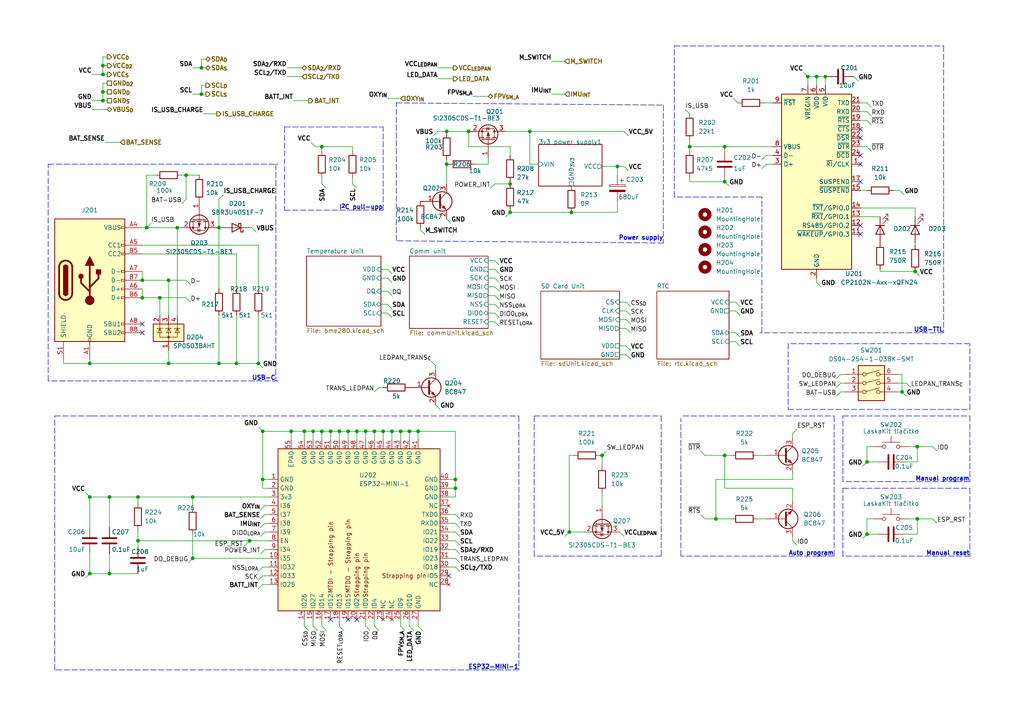
<source format=kicad_sch>
(kicad_sch (version 20211123) (generator eeschema)
  (paper "A4")
  (title_block (title "Control Unit - CanSat 2023") (date "2023-01-18") (rev "2022") (company "Project SkyFall") (comment 1 "David Haisman"))
  (junction (at 26.035 105.41))
  (junction (at 31.75 166.37))
  (junction (at 165.1 154.305))
  (junction (at 63.5 105.41))
  (junction (at 207.645 150.495))
  (junction (at 53.975 50.8))
  (junction (at 41.275 86.36))
  (junction (at 48.895 81.28))
  (junction (at 42.545 66.04))
  (junction (at 210.185 52.705))
  (junction (at 48.895 105.41))
  (junction (at 261.62 113.665))
  (junction (at 265.43 78.74))
  (junction (at 103.505 125.095))
  (junction (at 153.67 38.1))
  (junction (at 95.885 125.095))
  (junction (at 106.045 125.095))
  (junction (at 93.345 125.095))
  (junction (at 210.185 42.545))
  (junction (at 40.005 156.845))
  (junction (at 121.285 125.095))
  (junction (at 46.355 86.36))
  (junction (at 58.42 19.685))
  (junction (at 63.5 66.04))
  (junction (at 239.395 22.225))
  (junction (at 40.005 144.145))
  (junction (at 251.46 154.94))
  (junction (at 147.955 53.34))
  (junction (at 113.665 125.095))
  (junction (at 84.455 125.095))
  (junction (at 132.08 141.605))
  (junction (at 26.035 144.145))
  (junction (at 135.89 38.1))
  (junction (at 29.845 26.67))
  (junction (at 234.315 22.225))
  (junction (at 129.54 38.1))
  (junction (at 55.88 161.925))
  (junction (at 76.2 139.065))
  (junction (at 93.345 42.545))
  (junction (at 251.46 133.985))
  (junction (at 41.275 81.28))
  (junction (at 29.845 19.05))
  (junction (at 236.855 22.225))
  (junction (at 147.955 61.595))
  (junction (at 200.025 42.545))
  (junction (at 76.2 125.095))
  (junction (at 90.805 125.095))
  (junction (at 51.435 66.04))
  (junction (at 174.625 132.08))
  (junction (at 132.08 139.065))
  (junction (at 129.54 47.625))
  (junction (at 266.065 150.495))
  (junction (at 100.965 125.095))
  (junction (at 98.425 125.095))
  (junction (at 116.205 125.095))
  (junction (at 68.58 105.41))
  (junction (at 118.745 125.095))
  (junction (at 26.035 166.37))
  (junction (at 88.265 125.095))
  (junction (at 111.125 125.095))
  (junction (at 58.42 27.305))
  (junction (at 74.93 105.41))
  (junction (at 210.185 132.08))
  (junction (at 55.88 144.145))
  (junction (at 179.07 48.26))
  (junction (at 165.735 61.595))
  (junction (at 266.065 129.54))
  (junction (at 108.585 125.095))
  (junction (at 29.845 21.59))
  (junction (at 72.39 156.845))
  (junction (at 31.75 144.145))
  (junction (at 29.845 29.21))
  (no_connect (at 100.965 179.705))
  (no_connect (at 249.555 40.005))
  (no_connect (at 130.175 167.005))
  (no_connect (at 249.555 47.625))
  (no_connect (at 249.555 52.705))
  (no_connect (at 249.555 67.945))
  (no_connect (at 249.555 65.405))
  (no_connect (at 103.505 179.705))
  (no_connect (at 41.275 93.98))
  (no_connect (at 249.555 45.085))
  (no_connect (at 249.555 37.465))
  (no_connect (at 41.275 96.52))
  (no_connect (at 95.885 179.705))
  (wire (pts (xy 130.175 161.925) (xy 132.08 161.925)))
  (polyline (pts (xy 192.405 30.48) (xy 192.405 70.485)))
  (wire (pts (xy 116.205 127.635) (xy 116.205 125.095)))
  (wire (pts (xy 144.78 94.615) (xy 143.51 93.345)))
  (polyline (pts (xy 195.58 13.335) (xy 273.685 13.335)))
  (wire (pts (xy 181.61 90.17) (xy 179.705 90.17)))
  (wire (pts (xy 132.08 154.305) (xy 130.175 154.305)))
  (wire (pts (xy 266.065 150.495) (xy 270.51 150.495)))
  (wire (pts (xy 243.84 108.585) (xy 245.11 108.585)))
  (wire (pts (xy 261.62 113.665) (xy 262.89 114.935)))
  (wire (pts (xy 121.285 125.095) (xy 121.285 127.635)))
  (wire (pts (xy 48.895 105.41) (xy 63.5 105.41)))
  (wire (pts (xy 249.555 55.245) (xy 251.46 55.245)))
  (polyline (pts (xy 244.475 161.29) (xy 244.475 141.605)))
  (wire (pts (xy 204.47 150.495) (xy 203.2 149.225)))
  (wire (pts (xy 26.035 166.37) (xy 24.765 167.64)))
  (wire (pts (xy 73.025 66.04) (xy 74.295 67.31)))
  (wire (pts (xy 68.58 105.41) (xy 74.93 105.41)))
  (wire (pts (xy 42.545 50.8) (xy 42.545 66.04)))
  (wire (pts (xy 120.015 182.88) (xy 118.745 181.61)))
  (wire (pts (xy 103.505 125.095) (xy 106.045 125.095)))
  (wire (pts (xy 236.855 22.225) (xy 236.855 24.765)))
  (wire (pts (xy 83.185 19.685) (xy 87.63 19.685)))
  (wire (pts (xy 147.955 42.545) (xy 135.89 42.545)))
  (wire (pts (xy 143.51 78.105) (xy 144.78 79.375)))
  (wire (pts (xy 76.2 139.065) (xy 76.2 125.095)))
  (wire (pts (xy 211.455 99.06) (xy 213.36 99.06)))
  (wire (pts (xy 263.525 150.495) (xy 266.065 150.495)))
  (wire (pts (xy 117.475 182.88) (xy 116.205 181.61)))
  (wire (pts (xy 261.62 108.585) (xy 261.62 113.665)))
  (wire (pts (xy 224.155 45.085) (xy 222.25 45.085)))
  (wire (pts (xy 42.545 66.04) (xy 51.435 66.04)))
  (wire (pts (xy 251.46 133.985) (xy 254.635 133.985)))
  (wire (pts (xy 234.315 22.225) (xy 236.855 22.225)))
  (polyline (pts (xy 114.935 69.85) (xy 114.935 29.845)))
  (wire (pts (xy 129.54 46.355) (xy 129.54 47.625)))
  (wire (pts (xy 229.87 137.16) (xy 229.87 139.065)))
  (wire (pts (xy 72.39 156.845) (xy 78.105 156.845)))
  (wire (pts (xy 147.955 52.705) (xy 147.955 53.34)))
  (wire (pts (xy 210.185 132.08) (xy 212.09 132.08)))
  (wire (pts (xy 76.835 146.685) (xy 78.105 146.685)))
  (wire (pts (xy 211.455 90.17) (xy 213.36 90.17)))
  (polyline (pts (xy 13.97 110.49) (xy 13.97 47.625)))
  (wire (pts (xy 129.54 38.1) (xy 135.89 38.1)))
  (wire (pts (xy 182.88 96.52) (xy 181.61 95.25)))
  (wire (pts (xy 251.46 154.94) (xy 250.19 156.21)))
  (wire (pts (xy 222.25 47.625) (xy 220.98 48.895)))
  (wire (pts (xy 58.42 17.145) (xy 58.42 19.685)))
  (wire (pts (xy 41.275 86.36) (xy 46.355 86.36)))
  (polyline (pts (xy 15.875 194.31) (xy 15.875 120.65)))
  (wire (pts (xy 76.2 125.095) (xy 74.93 123.825)))
  (wire (pts (xy 76.835 149.225) (xy 75.565 150.495)))
  (wire (pts (xy 204.47 132.08) (xy 203.2 130.81)))
  (wire (pts (xy 181.61 95.25) (xy 179.705 95.25)))
  (polyline (pts (xy 150.495 194.31) (xy 15.875 194.31)))
  (wire (pts (xy 55.88 147.32) (xy 55.88 144.145)))
  (wire (pts (xy 182.88 88.9) (xy 181.61 87.63)))
  (wire (pts (xy 266.065 129.54) (xy 270.51 129.54)))
  (wire (pts (xy 29.845 24.13) (xy 29.845 26.67)))
  (wire (pts (xy 26.67 21.59) (xy 29.845 21.59)))
  (wire (pts (xy 132.08 156.845) (xy 130.175 156.845)))
  (polyline (pts (xy 197.485 161.29) (xy 197.485 121.285)))
  (wire (pts (xy 110.49 78.105) (xy 112.395 78.105)))
  (wire (pts (xy 163.83 27.305) (xy 160.02 27.305)))
  (wire (pts (xy 143.51 93.345) (xy 141.605 93.345)))
  (wire (pts (xy 251.46 129.54) (xy 251.46 133.985)))
  (wire (pts (xy 84.455 127.635) (xy 84.455 125.095)))
  (wire (pts (xy 207.645 139.065) (xy 207.645 150.495)))
  (wire (pts (xy 93.345 42.545) (xy 91.44 42.545)))
  (wire (pts (xy 41.275 71.12) (xy 74.93 71.12)))
  (wire (pts (xy 251.46 34.925) (xy 252.73 36.195)))
  (polyline (pts (xy 244.475 141.605) (xy 281.305 141.605)))
  (wire (pts (xy 249.555 60.325) (xy 265.43 60.325)))
  (wire (pts (xy 210.185 52.705) (xy 200.025 52.705)))
  (wire (pts (xy 132.08 151.765) (xy 133.35 153.035)))
  (wire (pts (xy 143.51 88.265) (xy 144.78 89.535)))
  (wire (pts (xy 31.75 166.37) (xy 26.035 166.37)))
  (wire (pts (xy 182.88 91.44) (xy 181.61 90.17)))
  (wire (pts (xy 116.205 125.095) (xy 118.745 125.095)))
  (wire (pts (xy 43.815 64.77) (xy 42.545 66.04)))
  (wire (pts (xy 90.17 41.275) (xy 91.44 42.545)))
  (wire (pts (xy 174.625 146.685) (xy 174.625 142.875)))
  (wire (pts (xy 147.955 53.34) (xy 143.51 53.34)))
  (wire (pts (xy 133.35 165.735) (xy 132.08 164.465)))
  (polyline (pts (xy 114.935 29.845) (xy 192.405 30.48)))
  (wire (pts (xy 31.75 144.145) (xy 31.75 153.035)))
  (wire (pts (xy 156.21 47.625) (xy 153.67 47.625)))
  (wire (pts (xy 165.735 61.595) (xy 179.07 61.595)))
  (wire (pts (xy 200.025 42.545) (xy 210.185 42.545)))
  (wire (pts (xy 26.67 31.75) (xy 31.115 31.75)))
  (wire (pts (xy 29.845 29.21) (xy 29.845 26.67)))
  (wire (pts (xy 130.175 159.385) (xy 132.08 159.385)))
  (wire (pts (xy 74.93 91.44) (xy 74.93 105.41)))
  (wire (pts (xy 251.46 42.545) (xy 252.73 43.815)))
  (wire (pts (xy 249.555 32.385) (xy 251.46 32.385)))
  (wire (pts (xy 132.08 139.065) (xy 132.08 125.095)))
  (wire (pts (xy 126.365 106.045) (xy 126.365 107.315)))
  (wire (pts (xy 74.93 170.815) (xy 76.2 169.545)))
  (wire (pts (xy 146.685 38.1) (xy 153.67 38.1)))
  (wire (pts (xy 121.92 66.675) (xy 121.92 66.04)))
  (wire (pts (xy 88.265 127.635) (xy 88.265 125.095)))
  (wire (pts (xy 53.975 50.8) (xy 52.705 50.8)))
  (wire (pts (xy 143.51 90.805) (xy 141.605 90.805)))
  (wire (pts (xy 26.035 144.145) (xy 26.035 153.035)))
  (wire (pts (xy 76.2 141.605) (xy 76.2 139.065)))
  (polyline (pts (xy 111.125 60.96) (xy 111.125 36.83)))
  (wire (pts (xy 59.69 24.765) (xy 58.42 24.765)))
  (wire (pts (xy 58.42 27.305) (xy 55.88 27.305)))
  (wire (pts (xy 143.51 83.185) (xy 144.78 84.455)))
  (wire (pts (xy 31.75 144.145) (xy 40.005 144.145)))
  (wire (pts (xy 153.67 38.1) (xy 180.975 38.1)))
  (wire (pts (xy 78.105 167.005) (xy 76.2 167.005)))
  (wire (pts (xy 76.2 125.095) (xy 84.455 125.095)))
  (wire (pts (xy 31.115 29.21) (xy 29.845 29.21)))
  (wire (pts (xy 106.045 127.635) (xy 106.045 125.095)))
  (wire (pts (xy 93.345 181.61) (xy 94.615 182.88)))
  (wire (pts (xy 106.045 125.095) (xy 108.585 125.095)))
  (wire (pts (xy 179.07 61.595) (xy 179.07 58.42)))
  (wire (pts (xy 41.275 73.66) (xy 68.58 73.66)))
  (wire (pts (xy 265.43 70.485) (xy 265.43 71.12)))
  (wire (pts (xy 40.005 158.75) (xy 40.005 156.845)))
  (wire (pts (xy 40.005 153.67) (xy 40.005 156.845)))
  (wire (pts (xy 211.455 87.63) (xy 213.36 87.63)))
  (wire (pts (xy 93.345 51.435) (xy 93.345 53.34)))
  (wire (pts (xy 26.035 105.41) (xy 26.035 104.14)))
  (wire (pts (xy 253.365 150.495) (xy 251.46 150.495)))
  (wire (pts (xy 129.54 38.735) (xy 129.54 38.1)))
  (polyline (pts (xy 241.935 120.65) (xy 241.935 161.29)))
  (wire (pts (xy 132.08 141.605) (xy 132.08 139.065)))
  (wire (pts (xy 253.365 129.54) (xy 251.46 129.54)))
  (wire (pts (xy 213.36 90.17) (xy 214.63 91.44)))
  (wire (pts (xy 53.975 81.28) (xy 55.245 82.55)))
  (wire (pts (xy 95.885 125.095) (xy 98.425 125.095)))
  (wire (pts (xy 265.43 60.325) (xy 265.43 62.865)))
  (wire (pts (xy 31.75 160.655) (xy 31.75 166.37)))
  (polyline (pts (xy 82.55 60.96) (xy 111.125 60.96)))
  (wire (pts (xy 133.35 160.655) (xy 132.08 159.385)))
  (wire (pts (xy 242.57 109.855) (xy 243.84 108.585)))
  (wire (pts (xy 130.175 141.605) (xy 132.08 141.605)))
  (wire (pts (xy 68.58 91.44) (xy 68.58 105.41)))
  (wire (pts (xy 160.02 17.78) (xy 163.83 17.78)))
  (wire (pts (xy 78.105 164.465) (xy 76.2 164.465)))
  (wire (pts (xy 46.355 91.44) (xy 46.355 86.36)))
  (wire (pts (xy 213.36 96.52) (xy 214.63 97.79)))
  (wire (pts (xy 200.025 33.02) (xy 198.755 31.75)))
  (wire (pts (xy 18.415 105.41) (xy 26.035 105.41)))
  (wire (pts (xy 247.65 22.225) (xy 248.92 23.495)))
  (wire (pts (xy 132.08 125.095) (xy 121.285 125.095)))
  (wire (pts (xy 133.35 158.115) (xy 132.08 156.845)))
  (polyline (pts (xy 15.875 120.65) (xy 26.67 120.65)))
  (polyline (pts (xy 80.01 47.625) (xy 80.01 110.49)))
  (wire (pts (xy 76.2 169.545) (xy 78.105 169.545)))
  (wire (pts (xy 29.845 16.51) (xy 29.845 19.05)))
  (wire (pts (xy 130.175 151.765) (xy 132.08 151.765)))
  (wire (pts (xy 110.49 90.805) (xy 112.395 90.805)))
  (wire (pts (xy 182.88 101.6) (xy 181.61 100.33)))
  (wire (pts (xy 173.99 132.08) (xy 174.625 132.08)))
  (wire (pts (xy 207.645 150.495) (xy 204.47 150.495)))
  (wire (pts (xy 259.08 55.245) (xy 260.985 55.245)))
  (wire (pts (xy 180.975 155.575) (xy 179.705 154.305)))
  (wire (pts (xy 135.89 42.545) (xy 135.89 38.1)))
  (polyline (pts (xy 281.305 120.65) (xy 281.305 139.7)))
  (wire (pts (xy 251.46 32.385) (xy 252.73 33.655)))
  (wire (pts (xy 98.425 127.635) (xy 98.425 125.095)))
  (wire (pts (xy 207.645 150.495) (xy 212.09 150.495)))
  (wire (pts (xy 118.745 127.635) (xy 118.745 125.095)))
  (wire (pts (xy 68.58 83.82) (xy 68.58 73.66)))
  (wire (pts (xy 229.87 139.065) (xy 207.645 139.065)))
  (wire (pts (xy 99.695 182.88) (xy 98.425 181.61)))
  (wire (pts (xy 130.175 144.145) (xy 132.08 144.145)))
  (wire (pts (xy 46.355 86.36) (xy 53.975 86.36)))
  (wire (pts (xy 137.16 27.94) (xy 141.605 27.94)))
  (wire (pts (xy 147.955 61.595) (xy 165.735 61.595)))
  (wire (pts (xy 93.345 43.815) (xy 93.345 42.545)))
  (wire (pts (xy 75.565 160.655) (xy 76.835 159.385)))
  (wire (pts (xy 93.345 125.095) (xy 95.885 125.095)))
  (polyline (pts (xy 244.475 139.7) (xy 244.475 120.65)))
  (polyline (pts (xy 281.305 141.605) (xy 281.305 161.29)))
  (polyline (pts (xy 154.94 120.65) (xy 191.77 120.65)))
  (wire (pts (xy 129.54 47.625) (xy 130.175 47.625)))
  (wire (pts (xy 26.67 29.21) (xy 29.845 29.21)))
  (polyline (pts (xy 80.645 110.49) (xy 13.97 110.49)))
  (wire (pts (xy 229.87 127) (xy 229.87 125.73)))
  (wire (pts (xy 261.62 113.665) (xy 260.35 113.665)))
  (wire (pts (xy 127 38.1) (xy 129.54 38.1)))
  (polyline (pts (xy 195.58 57.15) (xy 195.58 13.335)))
  (polyline (pts (xy 281.305 99.695) (xy 228.6 99.695)))
  (wire (pts (xy 26.035 144.145) (xy 24.765 142.875)))
  (wire (pts (xy 210.185 141.605) (xy 210.185 132.08)))
  (wire (pts (xy 93.345 127.635) (xy 93.345 125.095)))
  (wire (pts (xy 48.895 81.28) (xy 41.275 81.28)))
  (wire (pts (xy 102.235 42.545) (xy 93.345 42.545)))
  (wire (pts (xy 266.065 154.94) (xy 266.065 150.495)))
  (wire (pts (xy 243.84 111.125) (xy 242.57 112.395)))
  (wire (pts (xy 108.585 113.665) (xy 109.855 112.395)))
  (wire (pts (xy 48.895 81.28) (xy 53.975 81.28)))
  (wire (pts (xy 133.35 163.195) (xy 132.08 161.925)))
  (wire (pts (xy 116.205 181.61) (xy 116.205 179.705)))
  (wire (pts (xy 260.35 108.585) (xy 261.62 108.585)))
  (wire (pts (xy 59.69 17.145) (xy 58.42 17.145)))
  (wire (pts (xy 239.395 22.225) (xy 236.855 22.225)))
  (wire (pts (xy 229.87 145.415) (xy 229.87 141.605)))
  (wire (pts (xy 41.275 83.82) (xy 41.275 86.36)))
  (polyline (pts (xy 82.55 36.83) (xy 111.125 36.83)))
  (wire (pts (xy 144.78 92.075) (xy 143.51 90.805)))
  (wire (pts (xy 88.265 125.095) (xy 90.805 125.095)))
  (wire (pts (xy 229.87 155.575) (xy 229.87 156.845)))
  (wire (pts (xy 200.025 43.815) (xy 200.025 42.545)))
  (wire (pts (xy 126.365 117.475) (xy 127.635 118.745)))
  (wire (pts (xy 98.425 125.095) (xy 100.965 125.095)))
  (wire (pts (xy 181.61 87.63) (xy 179.705 87.63)))
  (wire (pts (xy 110.49 88.265) (xy 112.395 88.265)))
  (wire (pts (xy 141.605 75.565) (xy 143.51 75.565)))
  (wire (pts (xy 121.285 181.61) (xy 121.285 179.705)))
  (wire (pts (xy 76.2 167.005) (xy 74.93 168.275)))
  (wire (pts (xy 103.505 127.635) (xy 103.505 125.095)))
  (wire (pts (xy 48.895 101.6) (xy 48.895 105.41)))
  (wire (pts (xy 121.285 181.61) (xy 122.555 182.88)))
  (wire (pts (xy 127 22.86) (xy 131.445 22.86)))
  (wire (pts (xy 213.995 29.845) (xy 212.725 28.575)))
  (polyline (pts (xy 281.305 139.7) (xy 244.475 139.7)))
  (wire (pts (xy 132.08 144.145) (xy 132.08 141.605)))
  (wire (pts (xy 141.605 88.265) (xy 143.51 88.265)))
  (wire (pts (xy 98.425 181.61) (xy 98.425 179.705)))
  (wire (pts (xy 180.975 38.1) (xy 182.245 39.37)))
  (wire (pts (xy 141.605 80.645) (xy 143.51 80.645)))
  (wire (pts (xy 55.88 144.145) (xy 78.105 144.145)))
  (wire (pts (xy 116.205 28.575) (xy 112.395 28.575)))
  (wire (pts (xy 210.185 42.545) (xy 224.155 42.545)))
  (wire (pts (xy 262.89 111.125) (xy 264.16 112.395)))
  (wire (pts (xy 221.615 29.845) (xy 224.155 29.845)))
  (wire (pts (xy 53.975 57.785) (xy 52.705 59.055)))
  (wire (pts (xy 78.105 141.605) (xy 76.2 141.605)))
  (wire (pts (xy 108.585 181.61) (xy 108.585 179.705)))
  (wire (pts (xy 76.835 159.385) (xy 78.105 159.385)))
  (wire (pts (xy 53.975 50.8) (xy 57.785 50.8)))
  (wire (pts (xy 263.525 129.54) (xy 266.065 129.54)))
  (wire (pts (xy 213.36 99.06) (xy 214.63 100.33)))
  (wire (pts (xy 102.235 43.815) (xy 102.235 42.545)))
  (wire (pts (xy 179.705 102.87) (xy 181.61 102.87)))
  (wire (pts (xy 229.87 141.605) (xy 210.185 141.605)))
  (wire (pts (xy 245.11 111.125) (xy 243.84 111.125)))
  (wire (pts (xy 63.5 57.785) (xy 63.5 66.04)))
  (wire (pts (xy 63.5 66.04) (xy 64.77 66.04)))
  (polyline (pts (xy 191.77 161.29) (xy 154.94 161.29)))
  (wire (pts (xy 249.555 29.845) (xy 251.46 29.845)))
  (wire (pts (xy 74.93 105.41) (xy 76.2 106.68)))
  (polyline (pts (xy 281.305 118.745) (xy 281.305 99.695)))
  (wire (pts (xy 31.115 16.51) (xy 29.845 16.51)))
  (wire (pts (xy 48.895 91.44) (xy 48.895 81.28)))
  (wire (pts (xy 210.185 52.705) (xy 211.455 53.975)))
  (wire (pts (xy 210.185 42.545) (xy 210.185 43.815)))
  (polyline (pts (xy 281.305 161.29) (xy 244.475 161.29)))
  (wire (pts (xy 55.88 19.685) (xy 58.42 19.685)))
  (wire (pts (xy 112.395 84.455) (xy 110.49 84.455)))
  (wire (pts (xy 127 19.685) (xy 131.445 19.685)))
  (wire (pts (xy 58.42 24.765) (xy 58.42 27.305)))
  (wire (pts (xy 260.985 55.245) (xy 262.255 56.515)))
  (polyline (pts (xy 131.445 109.855) (xy 132.08 109.855)))
  (wire (pts (xy 132.08 164.465) (xy 130.175 164.465)))
  (wire (pts (xy 229.87 125.73) (xy 231.14 124.46)))
  (wire (pts (xy 29.845 21.59) (xy 29.845 19.05)))
  (wire (pts (xy 200.025 52.705) (xy 200.025 51.435)))
  (wire (pts (xy 70.485 158.75) (xy 72.39 156.845)))
  (wire (pts (xy 141.605 78.105) (xy 143.51 78.105)))
  (wire (pts (xy 100.965 127.635) (xy 100.965 125.095)))
  (wire (pts (xy 143.51 53.34) (xy 142.24 54.61)))
  (wire (pts (xy 249.555 34.925) (xy 251.46 34.925)))
  (wire (pts (xy 265.43 78.74) (xy 266.7 80.01)))
  (wire (pts (xy 133.35 155.575) (xy 132.08 154.305)))
  (wire (pts (xy 243.84 113.665) (xy 245.11 113.665)))
  (wire (pts (xy 219.71 132.08) (xy 222.25 132.08)))
  (wire (pts (xy 41.275 66.04) (xy 42.545 66.04)))
  (wire (pts (xy 26.035 105.41) (xy 48.895 105.41)))
  (wire (pts (xy 90.805 125.095) (xy 93.345 125.095)))
  (wire (pts (xy 113.665 127.635) (xy 113.665 125.095)))
  (wire (pts (xy 109.855 182.88) (xy 108.585 181.61)))
  (wire (pts (xy 179.07 50.8) (xy 179.07 48.26)))
  (wire (pts (xy 112.395 88.265) (xy 113.665 89.535)))
  (wire (pts (xy 143.51 85.725) (xy 144.78 86.995)))
  (wire (pts (xy 75.565 153.035) (xy 76.835 151.765)))
  (wire (pts (xy 102.235 51.435) (xy 102.235 53.34)))
  (wire (pts (xy 78.105 149.225) (xy 76.835 149.225)))
  (wire (pts (xy 26.035 144.145) (xy 31.75 144.145)))
  (wire (pts (xy 143.51 80.645) (xy 144.78 81.915)))
  (polyline (pts (xy 220.98 96.52) (xy 220.98 57.15)))
  (wire (pts (xy 141.605 47.625) (xy 141.605 45.72)))
  (wire (pts (xy 63.5 66.04) (xy 63.5 83.82)))
  (wire (pts (xy 129.54 53.34) (xy 129.54 47.625)))
  (wire (pts (xy 55.88 154.94) (xy 55.88 161.925)))
  (wire (pts (xy 106.045 181.61) (xy 107.315 182.88)))
  (wire (pts (xy 63.5 57.785) (xy 64.77 56.515)))
  (wire (pts (xy 29.845 26.67) (xy 31.115 26.67)))
  (wire (pts (xy 76.2 139.065) (xy 78.105 139.065)))
  (wire (pts (xy 51.435 91.44) (xy 51.435 66.04)))
  (wire (pts (xy 109.855 112.395) (xy 111.125 112.395)))
  (polyline (pts (xy 228.6 118.745) (xy 281.305 118.745)))
  (polyline (pts (xy 191.77 120.65) (xy 191.77 161.29)))
  (wire (pts (xy 76.835 151.765) (xy 78.105 151.765)))
  (wire (pts (xy 242.57 114.935) (xy 243.84 113.665)))
  (wire (pts (xy 113.665 79.375) (xy 112.395 78.105)))
  (wire (pts (xy 251.46 29.845) (xy 252.73 31.115)))
  (polyline (pts (xy 273.685 13.335) (xy 273.685 96.52)))
  (wire (pts (xy 95.885 127.635) (xy 95.885 125.095)))
  (wire (pts (xy 181.61 102.87) (xy 182.88 104.14)))
  (wire (pts (xy 88.265 181.61) (xy 88.265 179.705)))
  (wire (pts (xy 210.185 132.08) (xy 204.47 132.08)))
  (polyline (pts (xy 228.6 99.695) (xy 228.6 118.745)))
  (wire (pts (xy 102.235 53.34) (xy 103.505 54.61)))
  (wire (pts (xy 74.93 71.12) (xy 74.93 83.82)))
  (wire (pts (xy 93.345 53.34) (xy 94.615 54.61)))
  (wire (pts (xy 84.455 125.095) (xy 88.265 125.095)))
  (wire (pts (xy 141.605 83.185) (xy 143.51 83.185)))
  (wire (pts (xy 108.585 127.635) (xy 108.585 125.095)))
  (wire (pts (xy 130.175 149.225) (xy 132.08 149.225)))
  (wire (pts (xy 129.54 63.5) (xy 130.81 64.77)))
  (wire (pts (xy 62.865 66.04) (xy 63.5 66.04)))
  (wire (pts (xy 174.625 135.255) (xy 174.625 132.08)))
  (wire (pts (xy 29.845 19.05) (xy 31.115 19.05)))
  (wire (pts (xy 180.975 48.26) (xy 182.245 49.53)))
  (wire (pts (xy 59.055 33.02) (xy 62.865 33.02)))
  (wire (pts (xy 251.46 150.495) (xy 251.46 154.94)))
  (wire (pts (xy 163.83 155.575) (xy 165.1 154.305)))
  (wire (pts (xy 179.705 100.33) (xy 181.61 100.33)))
  (wire (pts (xy 240.03 22.225) (xy 239.395 22.225)))
  (wire (pts (xy 53.975 86.36) (xy 55.245 87.63)))
  (polyline (pts (xy 273.685 96.52) (xy 220.345 96.52)))
  (wire (pts (xy 73.025 66.04) (xy 72.39 66.04)))
  (wire (pts (xy 255.27 62.865) (xy 249.555 62.865)))
  (wire (pts (xy 85.09 29.21) (xy 89.535 29.21)))
  (wire (pts (xy 51.435 66.04) (xy 52.705 66.04)))
  (wire (pts (xy 83.185 22.225) (xy 87.63 22.225)))
  (wire (pts (xy 55.88 161.925) (xy 78.105 161.925)))
  (wire (pts (xy 249.555 42.545) (xy 251.46 42.545)))
  (wire (pts (xy 200.025 40.64) (xy 200.025 42.545)))
  (polyline (pts (xy 82.55 36.83) (xy 82.55 60.96)))
  (wire (pts (xy 224.155 47.625) (xy 222.25 47.625)))
  (wire (pts (xy 40.005 166.37) (xy 31.75 166.37)))
  (wire (pts (xy 265.43 78.74) (xy 255.27 78.74)))
  (wire (pts (xy 181.61 92.71) (xy 179.705 92.71)))
  (wire (pts (xy 239.395 24.765) (xy 239.395 22.225)))
  (wire (pts (xy 153.67 47.625) (xy 153.67 38.1)))
  (wire (pts (xy 165.1 154.305) (xy 169.545 154.305)))
  (wire (pts (xy 270.51 150.495) (xy 271.78 151.765)))
  (wire (pts (xy 236.855 81.915) (xy 238.125 83.185)))
  (wire (pts (xy 76.835 154.305) (xy 75.565 155.575)))
  (wire (pts (xy 113.665 85.725) (xy 112.395 84.455)))
  (wire (pts (xy 18.415 104.14) (xy 18.415 105.41)))
  (wire (pts (xy 90.805 127.635) (xy 90.805 125.095)))
  (wire (pts (xy 260.35 111.125) (xy 262.89 111.125)))
  (wire (pts (xy 111.125 127.635) (xy 111.125 125.095)))
  (wire (pts (xy 31.115 24.13) (xy 29.845 24.13)))
  (wire (pts (xy 174.625 48.26) (xy 179.07 48.26)))
  (wire (pts (xy 165.1 132.08) (xy 165.1 154.305)))
  (wire (pts (xy 76.2 164.465) (xy 74.93 165.735)))
  (wire (pts (xy 251.46 133.985) (xy 250.19 135.255)))
  (wire (pts (xy 234.315 22.225) (xy 234.315 24.765)))
  (polyline (pts (xy 241.935 161.29) (xy 197.485 161.29)))
  (wire (pts (xy 166.37 132.08) (xy 165.1 132.08)))
  (wire (pts (xy 59.69 27.305) (xy 58.42 27.305)))
  (wire (pts (xy 54.61 163.195) (xy 55.88 161.925)))
  (wire (pts (xy 147.955 60.96) (xy 147.955 61.595)))
  (wire (pts (xy 111.125 125.095) (xy 113.665 125.095)))
  (wire (pts (xy 147.955 45.085) (xy 147.955 42.545)))
  (wire (pts (xy 262.255 133.985) (xy 266.065 133.985)))
  (wire (pts (xy 58.42 19.685) (xy 59.69 19.685)))
  (polyline (pts (xy 13.97 47.625) (xy 80.645 47.625)))
  (wire (pts (xy 132.08 139.065) (xy 130.175 139.065)))
  (wire (pts (xy 141.605 85.725) (xy 143.51 85.725)))
  (wire (pts (xy 219.71 150.495) (xy 222.25 150.495)))
  (polyline (pts (xy 154.94 161.29) (xy 154.94 120.65)))
  (wire (pts (xy 222.25 45.085) (xy 220.98 46.355)))
  (wire (pts (xy 251.46 154.94) (xy 254.635 154.94)))
  (wire (pts (xy 63.5 105.41) (xy 68.58 105.41)))
  (wire (pts (xy 41.275 78.74) (xy 41.275 81.28)))
  (polyline (pts (xy 244.475 120.65) (xy 281.305 120.65)))
  (wire (pts (xy 93.345 179.705) (xy 93.345 181.61)))
  (wire (pts (xy 118.745 181.61) (xy 118.745 179.705)))
  (wire (pts (xy 89.535 182.88) (xy 88.265 181.61)))
  (wire (pts (xy 125.095 104.775) (xy 126.365 106.045)))
  (wire (pts (xy 90.805 181.61) (xy 92.075 182.88)))
  (wire (pts (xy 110.49 80.645) (xy 112.395 80.645)))
  (wire (pts (xy 31.115 21.59) (xy 29.845 21.59)))
  (wire (pts (xy 63.5 91.44) (xy 63.5 105.41)))
  (wire (pts (xy 266.065 133.985) (xy 266.065 129.54)))
  (wire (pts (xy 112.395 80.645) (xy 113.665 81.915)))
  (wire (pts (xy 118.745 125.095) (xy 121.285 125.095)))
  (wire (pts (xy 75.565 147.955) (xy 76.835 146.685)))
  (wire (pts (xy 174.625 132.08) (xy 175.895 130.81)))
  (wire (pts (xy 214.63 88.9) (xy 213.36 87.63)))
  (wire (pts (xy 112.395 90.805) (xy 113.665 92.075)))
  (wire (pts (xy 211.455 96.52) (xy 213.36 96.52)))
  (polyline (pts (xy 198.12 120.65) (xy 241.935 120.65)))
  (wire (pts (xy 125.73 39.37) (xy 127 38.1)))
  (wire (pts (xy 210.185 51.435) (xy 210.185 52.705)))
  (wire (pts (xy 76.835 154.305) (xy 78.105 154.305)))
  (wire (pts (xy 179.07 48.26) (xy 180.975 48.26)))
  (wire (pts (xy 108.585 125.095) (xy 111.125 125.095)))
  (wire (pts (xy 229.87 156.845) (xy 231.14 158.115)))
  (wire (pts (xy 53.975 50.8) (xy 53.975 57.785)))
  (wire (pts (xy 147.955 61.595) (xy 146.685 62.865)))
  (polyline (pts (xy 192.405 70.485) (xy 114.935 69.85)))
  (wire (pts (xy 270.51 129.54) (xy 271.78 130.81)))
  (wire (pts (xy 40.005 156.845) (xy 72.39 156.845)))
  (wire (pts (xy 135.89 38.1) (xy 136.525 38.1)))
  (polyline (pts (xy 150.495 120.65) (xy 150.495 194.31)))
  (wire (pts (xy 255.27 78.105) (xy 255.27 78.74)))
  (wire (pts (xy 90.805 179.705) (xy 90.805 181.61)))
  (wire (pts (xy 113.665 125.095) (xy 116.205 125.095)))
  (wire (pts (xy 123.19 67.945) (xy 121.92 66.675)))
  (wire (pts (xy 132.08 149.225) (xy 133.35 150.495)))
  (wire (pts (xy 26.035 160.655) (xy 26.035 166.37)))
  (wire (pts (xy 40.005 144.145) (xy 55.88 144.145)))
  (wire (pts (xy 137.795 47.625) (xy 141.605 47.625)))
  (wire (pts (xy 30.48 41.275) (xy 34.925 41.275)))
  (wire (pts (xy 100.965 125.095) (xy 103.505 125.095)))
  (polyline (pts (xy 26.67 120.65) (xy 150.495 120.65)))
  (wire (pts (xy 45.085 50.8) (xy 42.545 50.8)))
  (wire (pts (xy 106.045 179.705) (xy 106.045 181.61)))
  (wire (pts (xy 182.88 93.98) (xy 181.61 92.71)))
  (polyline (pts (xy 220.98 57.15) (xy 195.58 57.15)))
  (wire (pts (xy 236.855 81.915) (xy 236.855 80.645)))
  (wire (pts (xy 40.005 146.05) (xy 40.005 144.145)))
  (wire (pts (xy 234.315 22.225) (xy 233.045 20.955)))
  (wire (pts (xy 262.255 154.94) (xy 266.065 154.94)))
  (wire (pts (xy 144.78 76.835) (xy 143.51 75.565)))
  (text "USB-TTL" (at 273.685 96.52 180) (effects (font (size 1.27 1.27) bold) (justify right bottom)))
  (text "I^{2}C pull-upp" (at 111.125 60.96 180) (effects (font (size 1.27 1.27) (thickness 0.254) bold) (justify right bottom)))
  (text "Auto program" (at 241.935 161.29 180) (effects (font (size 1.27 1.27) bold) (justify right bottom)))
  (text "ESP32-MINI-1" (at 150.495 194.31 180) (effects (font (size 1.27 1.27) bold) (justify right bottom)))
  (text "USB-C" (at 80.01 110.49 180) (effects (font (size 1.27 1.27) bold) (justify right bottom)))
  (text "Power supply" (at 192.405 69.85 180) (effects (font (size 1.27 1.27) bold) (justify right bottom)))
  (text "Manual reset" (at 281.305 161.29 180) (effects (font (size 1.27 1.27) (thickness 0.254) bold) (justify right bottom)))
  (text "https://cz.mouser.com/c/semiconductors/power-management-ics/voltage-regulators-voltage-controllers/switching-voltage-regulators/?marcom=131911735&output%20voltage=3.3%20V~~5%20VDC&rp=semiconductors%2Fpower-management-ics%2Fvoltage-regulators-voltage-controllers%2Fswitching-voltage-regulators%7C~Output%20Voltage" (at 24.765 -3.175 0) (effects (font (size 1.27 1.27)) (justify left bottom)))
  (text "Manual program\n" (at 281.305 139.7 180) (effects (font (size 1.27 1.27) (thickness 0.254) bold) (justify right bottom)))
  (label "DIO0_{LORA}" (at 144.78 92.075 0))
  (label "~{RTS}" (at 252.73 36.195 0))
  (label "VBUS" (at 74.295 67.31 0) (effects (font (thickness 0.254) bold)))
  (label "DO_DEBUG" (at 242.57 109.855 180))
  (label "DO_DEBUG" (at 54.61 163.195 180))
  (label "VCC" (at 182.245 49.53 0) (effects (font bold)))
  (label "SCL" (at 133.35 158.115 0) (effects (font bold)))
  (label "RESET_{LORA}" (at 144.78 94.615 0))
  (label "TXD" (at 252.73 31.115 0))
  (label "IS_USB_CHARGE" (at 64.77 56.515 0) (effects (font (thickness 0.254) bold)))
  (label "BAT_SENSE" (at 30.48 41.275 180) (effects (font bold)))
  (label "ESP_RST" (at 271.78 151.765 0))
  (label "SDA" (at 55.88 19.685 180) (effects (font bold)))
  (label "SDA" (at 94.615 54.61 270) (effects (font bold)))
  (label "SCL" (at 103.505 54.61 270) (effects (font bold)))
  (label "M_SWITCH" (at 160.02 17.78 180) (effects (font (thickness 0.254) bold)))
  (label "FPV_{SM_A}" (at 137.16 27.94 180) (effects (font (thickness 0.254) bold)))
  (label "VCC_5V" (at 163.83 155.575 180) (effects (font bold)))
  (label "SDA" (at 113.665 89.535 0) (effects (font bold)))
  (label "SCL_{2}{slash}TXD" (at 133.35 165.735 0) (effects (font bold)))
  (label "SCL" (at 214.63 100.33 0) (effects (font bold)))
  (label "GND" (at 262.255 56.515 0) (effects (font (thickness 0.254) bold)))
  (label "GND" (at 262.89 114.935 0) (effects (font (thickness 0.254) bold)))
  (label "LED_DATA" (at 127 22.86 180) (effects (font (thickness 0.254) bold)))
  (label "SDA_{2}{slash}RXD" (at 133.35 160.655 0) (effects (font bold)))
  (label "D-" (at 55.245 82.55 0))
  (label "TXD" (at 133.35 153.035 0))
  (label "IO0" (at 231.14 158.115 0))
  (label "MISO" (at 144.78 86.995 0))
  (label "SDA_{2}{slash}RXD" (at 83.185 19.685 180) (effects (font bold)))
  (label "RXD" (at 133.35 150.495 0))
  (label "VCC" (at 182.88 101.6 0) (effects (font (thickness 0.254) bold)))
  (label "OXY_{IN}" (at 75.565 147.955 180) (effects (font bold)))
  (label "DQ" (at 113.665 85.725 0))
  (label "CS_{SD}" (at 182.88 88.9 0))
  (label "M_SWITCH" (at 123.19 67.945 0) (effects (font (thickness 0.254) bold)))
  (label "MISO" (at 92.075 182.88 270))
  (label "GND" (at 182.88 104.14 0) (effects (font (thickness 0.254) bold)))
  (label "BAT-USB" (at 52.705 59.055 180))
  (label "VCC" (at 212.725 28.575 180) (effects (font bold)))
  (label "GND" (at 74.93 123.825 180) (effects (font (thickness 0.254) bold)))
  (label "LED_DATA" (at 120.015 182.88 270) (effects (font (thickness 0.254) bold)))
  (label "GND" (at 214.63 91.44 0) (effects (font (thickness 0.254) bold)))
  (label "GND" (at 238.125 83.185 0) (effects (font (thickness 0.254) bold)))
  (label "MOSI" (at 144.78 84.455 0))
  (label "VCC_{LEDPAN}" (at 180.975 155.575 0) (effects (font (thickness 0.254) bold)))
  (label "IMU_{INT}" (at 75.565 153.035 180) (effects (font bold)))
  (label "ESP_RST" (at 70.485 158.75 180))
  (label "VCC" (at 26.67 21.59 180) (effects (font bold)))
  (label "POWER_INT" (at 142.24 54.61 180))
  (label "LEDPAN_TRANS_{C}" (at 264.16 112.395 0))
  (label "VCC" (at 214.63 88.9 0) (effects (font (thickness 0.254) bold)))
  (label "BATT_INT" (at 74.93 170.815 180) (effects (font bold)))
  (label "NSS_{LORA}" (at 144.78 89.535 0))
  (label "IO0" (at 107.315 182.88 270))
  (label "GND" (at 122.555 182.88 270) (effects (font (thickness 0.254) bold)))
  (label "ESP_RST" (at 231.14 124.46 0))
  (label "D+" (at 220.98 48.895 180))
  (label "IS_USB" (at 43.815 64.77 0))
  (label "BAT-USB" (at 242.57 114.935 180))
  (label "D+" (at 55.245 87.63 0))
  (label "FPV_{SM_A}" (at 117.475 182.88 270) (effects (font (thickness 0.254) bold)))
  (label "NSS_{LORA}" (at 74.93 165.735 180))
  (label "CS_{SD}" (at 89.535 182.88 270))
  (label "DIO0_{LORA}" (at 75.565 155.575 180))
  (label "GND" (at 248.92 23.495 0) (effects (font (thickness 0.254) bold)))
  (label "BATT_INT" (at 85.09 29.21 180) (effects (font bold)))
  (label "IO0" (at 271.78 130.81 0))
  (label "RESET_{LORA}" (at 99.695 182.88 270))
  (label "~{DTR}" (at 203.2 130.81 180))
  (label "MOSI" (at 182.88 93.98 0))
  (label "DQ" (at 109.855 182.88 270))
  (label "VCC" (at 90.17 41.275 180) (effects (font (thickness 0.254) bold)))
  (label "GND" (at 76.2 106.68 0) (effects (font (thickness 0.254) bold)))
  (label "D-" (at 220.98 46.355 180))
  (label "MOSI" (at 94.615 182.88 270))
  (label "SCK" (at 144.78 81.915 0))
  (label "MISO" (at 182.88 96.52 0))
  (label "SCK" (at 74.93 168.275 180))
  (label "SW_LEDPAN" (at 242.57 112.395 180))
  (label "SDA" (at 133.35 155.575 0) (effects (font bold)))
  (label "IMU_{INT}" (at 160.02 27.305 180) (effects (font bold)))
  (label "GND" (at 144.78 79.375 0) (effects (font (thickness 0.254) bold)))
  (label "VCC_5V" (at 182.245 39.37 0) (effects (font bold)))
  (label "VBUS" (at 26.67 31.75 180) (effects (font (thickness 0.254) bold)))
  (label "VCC" (at 113.665 79.375 0) (effects (font (thickness 0.254) bold)))
  (label "IS_USB" (at 198.755 31.75 0))
  (label "GND" (at 130.81 64.77 0) (effects (font bold)))
  (label "OXY_{IN}" (at 112.395 28.575 180) (effects (font bold)))
  (label "VBUS" (at 125.73 39.37 180) (effects (font (thickness 0.254) bold)))
  (label "GND" (at 250.19 135.255 180) (effects (font (thickness 0.254) bold)))
  (label "~{DTR}" (at 252.73 43.815 0))
  (label "SCL" (at 55.88 27.305 180) (effects (font bold)))
  (label "GND" (at 26.67 29.21 180) (effects (font (thickness 0.254) bold)))
  (label "TRANS_LEDPAN" (at 108.585 113.665 180))
  (label "VCC_{LEDPAN}" (at 127 19.685 180) (effects (font (thickness 0.254) bold)))
  (label "VCC" (at 144.78 76.835 0) (effects (font (thickness 0.254) bold)))
  (label "GND" (at 127.635 118.745 0) (effects (font (thickness 0.254) bold)))
  (label "SCK" (at 182.88 91.44 0))
  (label "~{RTS}" (at 203.2 149.225 180))
  (label "SCL_{2}{slash}TXD" (at 83.185 22.225 180) (effects (font bold)))
  (label "VCC" (at 266.7 80.01 0) (effects (font bold)))
  (label "BAT_SENSE" (at 75.565 150.495 180) (effects (font bold)))
  (label "SW_LEDPAN" (at 175.895 130.81 0))
  (label "GND" (at 113.665 81.915 0) (effects (font (thickness 0.254) bold)))
  (label "GND" (at 24.765 167.64 180) (effects (font (thickness 0.254) bold)))
  (label "TRANS_LEDPAN" (at 133.35 163.195 0))
  (label "LEDPAN_TRANS_{C}" (at 125.095 104.775 180))
  (label "POWER_INT" (at 75.565 160.655 180))
  (label "SCL" (at 113.665 92.075 0) (effects (font bold)))
  (label "GND" (at 211.455 53.975 0) (effects (font (thickness 0.254) bold)))
  (label "SDA" (at 214.63 97.79 0) (effects (font bold)))
  (label "RXD" (at 252.73 33.655 0))
  (label "IS_USB_CHARGE" (at 59.055 33.02 180) (effects (font bold)))
  (label "VCC" (at 233.045 20.955 180) (effects (font bold)))
  (label "GND" (at 146.685 62.865 180) (effects (font (thickness 0.254) bold)))
  (label "GND" (at 250.19 156.21 180) (effects (font (thickness 0.254) bold)))
  (label "VCC" (at 24.765 142.875 180) (effects (font bold)))
  (hierarchical_label "VCC_{LEDPAN}" (shape output) (at 131.445 19.685 0) (effects (font (thickness 0.254) bold)))
  (hierarchical_label "SCL_{S}" (shape output) (at 59.69 27.305 0) (effects (font bold)))
  (hierarchical_label "VCC_{S}" (shape output) (at 31.115 21.59 0) (effects (font bold)))
  (hierarchical_label "VCC_{D2}" (shape output) (at 31.115 19.05 0) (effects (font bold)))
  (hierarchical_label "SDA_{S}" (shape bidirectional) (at 59.69 19.685 0) (effects (font bold)))
  (hierarchical_label "SDA_{D}" (shape bidirectional) (at 59.69 17.145 0) (effects (font bold)))
  (hierarchical_label "FPV_{SM_A}" (shape bidirectional) (at 141.605 27.94 0) (effects (font (thickness 0.254) bold)))
  (hierarchical_label "GND_{D2}" (shape passive) (at 31.115 24.13 0) (effects (font bold)))
  (hierarchical_label "LED_DATA" (shape output) (at 131.445 22.86 0) (effects (font (thickness 0.254) bold)))
  (hierarchical_label "GND_{S}" (shape passive) (at 31.115 29.21 0) (effects (font bold)))
  (hierarchical_label "GND_{D}" (shape passive) (at 31.115 26.67 0) (effects (font bold)))
  (hierarchical_label "M_SWITCH" (shape input) (at 163.83 17.78 0) (effects (font bold)))
  (hierarchical_label "SCL_{D}" (shape output) (at 59.69 24.765 0) (effects (font bold)))
  (hierarchical_label "IS_USB_CHARGE" (shape output) (at 62.865 33.02 0) (effects (font bold)))
  (hierarchical_label "SCL_{2}{slash}TXD" (shape input) (at 87.63 22.225 0) (effects (font bold)))
  (hierarchical_label "SDA_{2}{slash}RXD" (shape bidirectional) (at 87.63 19.685 0) (effects (font bold)))
  (hierarchical_label "BAT_SENSE" (shape input) (at 34.925 41.275 0) (effects (font bold)))
  (hierarchical_label "IMU_{INT}" (shape input) (at 163.83 27.305 0) (effects (font bold)))
  (hierarchical_label "OXY_{IN}" (shape input) (at 116.205 28.575 0) (effects (font bold)))
  (hierarchical_label "VCC_{D}" (shape output) (at 31.115 16.51 0) (effects (font bold)))
  (hierarchical_label "VBUS_{D}" (shape bidirectional) (at 31.115 31.75 0) (effects (font bold)))
  (hierarchical_label "BAT_INT" (shape output) (at 89.535 29.21 0) (effects (font bold)))
  (symbol (lib_id "Device:R") (at 114.935 112.395 90) (unit 1)
    (property "Reference" "R220" (at 113.665 110.49 90))
    (property "Value" "5k" (at 114.935 114.935 90))
    (property "Footprint" "Resistor_SMD:R_0805_2012Metric" (effects hide))
  )
  (symbol (lib_id "Transistor_BJT:BC847") (at 127 58.42 0) (unit 1)
    (property "Reference" "Q202" (at 122.555 54.61 0) (effects (justify left)))
    (property "Value" "BC847" (at 121.92 62.865 0) (effects (justify left)))
    (property "Footprint" "Package_TO_SOT_SMD:SOT-23" (effects hide))
    (property "Datasheet" "http://www.infineon.com/dgdl/Infineon-BC847SERIES_BC848SERIES_BC849SERIES_BC850SERIES-DS-v01_01-en.pdf?fileId=db3a304314dca389011541d4630a1657" (effects hide))
  )
  (symbol (lib_id "Device:C") (at 258.445 133.985 90) (unit 1)
    (property "Reference" "C204" (at 262.255 132.715 90))
    (property "Value" "0.1uF" (at 262.255 135.255 90))
    (property "Footprint" "Capacitor_SMD:C_0805_2012Metric" (effects hide))
  )
  (symbol (lib_id "Device:R") (at 147.955 48.895 180) (unit 1)
    (property "Reference" "R208" (at 149.86 48.895 0) (effects (justify right)))
    (property "Value" "27k" (at 149.86 51.435 0) (effects (justify right)))
    (property "Footprint" "Resistor_SMD:R_0805_2012Metric" (effects hide))
  )
  (symbol (lib_id "Switch:SW_DIP_x03") (at 252.73 113.665 0) (unit 1)
    (property "Reference" "SW201" (at 252.73 101.6 0))
    (property "Value" "DS04-254-1-03BK-SMT" (at 252.73 104.14 0))
    (property "Footprint" "Button_Switch_SMD:SW_DIP_SPSTx03_Slide_Omron_A6S-310x_W8.9mm_P2.54mm" (effects hide))
    (property "Shop" "https://cz.mouser.com/ProductDetail/CUI-Devices/DS04-254-1-03BK-SMT?qs=wnTfsH77Xs6AM9RonXx4xg%3D%3D" (effects hide))
  )
  (symbol (lib_id "Device:R") (at 63.5 87.63 0) (unit 1)
    (property "Reference" "R217" (at 60.96 88.265 0))
    (property "Value" "5k1" (at 66.04 91.44 0))
    (property "Footprint" "Resistor_SMD:R_0805_2012Metric" (effects hide))
  )
  (symbol (lib_id "Switch:SW_Push") (at 258.445 129.54 0) (unit 1)
    (property "Reference" "SW202" (at 258.445 123.19 0))
    (property "Value" "LaskaKit tlačítko" (at 258.445 125.095 0))
    (property "Footprint" "LaskaKit:Tlačítko SMD LaskaKit" (effects hide))
    (property "Shop" "https://www.gme.cz/p-ts1107gs" (effects hide))
  )
  (symbol (lib_id "Device:C") (at 258.445 154.94 90) (unit 1)
    (property "Reference" "C205" (at 262.255 153.035 90))
    (property "Value" "0.1uF" (at 262.255 156.845 90))
    (property "Footprint" "Capacitor_SMD:C_0805_2012Metric" (effects hide))
  )
  (symbol (lib_id "Device:R") (at 93.345 47.625 0) (unit 1)
    (property "Reference" "R204" (at 95.25 46.3549 0) (effects (justify left)))
    (property "Value" "10k" (at 95.25 48.8949 0) (effects (justify left)))
    (property "Footprint" "Resistor_SMD:R_0805_2012Metric" (effects hide))
  )
  (symbol (lib_id "Device:R") (at 265.43 74.93 180) (unit 1)
    (property "Reference" "R216" (at 267.97 73.6599 0) (effects (justify right)))
    (property "Value" "750R" (at 267.97 76.1999 0) (effects (justify right)))
    (property "Footprint" "Resistor_SMD:R_0805_2012Metric" (effects hide))
  )
  (symbol (lib_id "CanSat_2023:BAT760-7") (at 68.58 66.04 180) (unit 1)
    (property "Reference" "D201" (at 68.8975 59.055 0))
    (property "Value" "SBR3U40S1F-7" (at 68.8975 61.595 0))
    (property "Footprint" "Diode_SMD:D_SOD-123F" (effects hide))
    (property "Datasheet" "https://www.diodes.com/assets/Datasheets/ds30498.pdf" (effects hide))
  )
  (symbol (lib_id "Device:R") (at 133.985 47.625 270) (unit 1)
    (property "Reference" "R206" (at 133.985 47.625 90))
    (property "Value" "10k" (at 137.795 49.53 90))
    (property "Footprint" "Resistor_SMD:R_0805_2012Metric" (effects hide))
  )
  (symbol (lib_id "1Knihovna:SI2305CDS-T1-BE3") (at 174.625 151.765 270) (unit 1)
    (property "Reference" "Q207" (at 180.34 151.13 90))
    (property "Value" "SI2305CDS-T1-BE3" (at 174.625 158.115 90))
    (property "Footprint" "Package_TO_SOT_SMD:SOT-23" (effects hide))
    (property "Datasheet" "https://cz.mouser.com/datasheet/2/427/si2305cd-1764559.pdf" (effects hide))
  )
  (symbol (lib_id "Interface_USB:CP2102N-Axx-xQFN24") (at 236.855 52.705 0) (unit 1)
    (property "Reference" "U201" (at 245.11 79.375 0) (effects (justify left)))
    (property "Value" "CP2102N-Axx-xQFN24" (at 243.84 81.915 0) (effects (justify left)))
    (property "Footprint" "Package_DFN_QFN:QFN-24-1EP_4x4mm_P0.5mm_EP2.6x2.6mm" (effects hide))
    (property "Datasheet" "https://www.silabs.com/documents/public/data-sheets/cp2102n-datasheet.pdf" (effects hide))
  )
  (symbol (lib_id "Device:C_Polarized") (at 179.07 54.61 0) (mirror y) (unit 1)
    (property "Reference" "C203" (at 186.69 52.07 0) (effects (justify left)))
    (property "Value" "680uF" (at 185.42 57.15 0) (effects (justify left)))
    (property "Footprint" "Capacitor_SMD:CP_Elec_6.3x7.7" (effects hide))
  )
  (symbol (lib_id "Switch:SW_Push") (at 258.445 150.495 0) (unit 1)
    (property "Reference" "SW203" (at 258.445 144.145 0))
    (property "Value" "LaskaKit tlačítko" (at 258.445 146.05 0))
    (property "Footprint" "LaskaKit:Tlačítko SMD LaskaKit" (effects hide))
    (property "Shop" "https://www.gme.cz/p-ts1107gs" (effects hide))
  )
  (symbol (lib_id "Power_Protection:SP0503BAHT") (at 48.895 96.52 0) (unit 1)
    (property "Reference" "D204" (at 53.975 97.79 0) (effects (justify left)))
    (property "Value" "SP0503BAHT" (at 50.165 100.33 0) (effects (justify left)))
    (property "Footprint" "Package_TO_SOT_SMD:SOT-143" (effects hide))
    (property "Datasheet" "http://www.littelfuse.com/~/media/files/littelfuse/technical%20resources/documents/data%20sheets/sp05xxba.pdf" (effects hide))
    (property "Mouser" "https://eu.mouser.com/ProductDetail/Littelfuse/SP0503BAHTG?qs=uD%2FdkN7XIa0NTYXwHdELYA%3D%3D" (effects hide))
  )
  (symbol (lib_id "Device:R") (at 57.785 54.61 0) (unit 1)
    (property "Reference" "R210" (at 59.69 53.3399 0) (effects (justify left)))
    (property "Value" "10k" (at 59.69 55.8799 0) (effects (justify left)))
    (property "Footprint" "Resistor_SMD:R_0805_2012Metric" (effects hide))
  )
  (symbol (lib_id "Device:R") (at 147.955 57.15 0) (unit 1)
    (property "Reference" "R212" (at 152.4 55.88 0))
    (property "Value" "47k" (at 151.765 58.42 0))
    (property "Footprint" "Resistor_SMD:R_0805_2012Metric" (effects hide))
  )
  (symbol (lib_id "Device:C") (at 243.84 22.225 90) (unit 1)
    (property "Reference" "C201" (at 246.38 19.685 90))
    (property "Value" "10uF" (at 245.745 24.765 90))
    (property "Footprint" "Capacitor_SMD:C_0805_2012Metric" (effects hide))
  )
  (symbol (lib_id "Device:LED") (at 265.43 66.675 90) (mirror x) (unit 1)
    (property "Reference" "D203" (at 269.24 66.3576 90) (effects (justify right)))
    (property "Value" "APT2012LSECK{slash}J4-PRV" (effects hide))
    (property "Footprint" "LED_SMD:LED_0805_2012Metric" (effects hide))
    (property "Direction" "TX" (effects hide))
  )
  (symbol (lib_id "Device:R") (at 102.235 47.625 0) (unit 1)
    (property "Reference" "R205" (at 104.14 46.3549 0) (effects (justify left)))
    (property "Value" "10k" (at 104.14 48.8949 0) (effects (justify left)))
    (property "Footprint" "Resistor_SMD:R_0805_2012Metric" (effects hide))
  )
  (symbol (lib_id "Device:R") (at 129.54 42.545 0) (unit 1)
    (property "Reference" "R203" (at 123.317 42.672 0) (effects (justify left)))
    (property "Value" "100k" (at 123.317 40.894 0) (effects (justify left)))
    (property "Footprint" "Resistor_SMD:R_0805_2012Metric" (effects hide))
  )
  (symbol (lib_id "Device:R") (at 121.92 62.23 0) (mirror x) (unit 1)
    (property "Reference" "R214" (at 120.015 60.9599 0) (effects (justify right)))
    (property "Value" "100k" (at 120.015 63.4999 0) (effects (justify right)))
    (property "Footprint" "Resistor_SMD:R_0805_2012Metric" (effects hide))
  )
  (symbol (lib_id "Device:C") (at 210.185 47.625 0) (unit 1)
    (property "Reference" "C202" (at 212.725 45.72 0) (effects (justify left)))
    (property "Value" "1uF" (at 212.725 48.895 0) (effects (justify left)))
    (property "Footprint" "Capacitor_SMD:C_0805_2012Metric" (effects hide))
  )
  (symbol (lib_id "Device:R") (at 215.9 150.495 90) (unit 1)
    (property "Reference" "R225" (at 215.9 144.78 90))
    (property "Value" "5k" (at 215.9 147.32 90))
    (property "Footprint" "Resistor_SMD:R_0805_2012Metric" (effects hide))
  )
  (symbol (lib_id "Mechanical:MountingHole") (at 204.47 62.23 0) (unit 1) (in_bom no)
    (property "Reference" "H201" (at 207.645 60.9599 0) (effects (justify left)))
    (property "Value" "MountingHole" (at 207.645 63.4999 0) (effects (justify left)))
    (property "Footprint" "MountingHole:MountingHole_3.2mm_M3" (effects hide))
  )
  (symbol (lib_id "Device:R") (at 215.9 132.08 90) (unit 1)
    (property "Reference" "R222" (at 215.9 125.73 90))
    (property "Value" "5k" (at 215.9 128.27 90))
    (property "Footprint" "Resistor_SMD:R_0805_2012Metric" (effects hide))
  )
  (symbol (lib_id "Device:R") (at 165.735 57.785 180) (unit 1)
    (property "Reference" "R213" (at 168.275 56.5149 0) (effects (justify right)))
    (property "Value" "0R" (at 168.275 59.0549 0) (effects (justify right)))
    (property "Footprint" "Resistor_SMD:R_1206_3216Metric" (effects hide))
  )
  (symbol (lib_id "Device:R") (at 68.58 87.63 0) (unit 1)
    (property "Reference" "R218" (at 66.675 83.82 0) (effects (justify left)))
    (property "Value" "5k1" (at 69.215 91.44 0) (effects (justify left)))
    (property "Footprint" "Resistor_SMD:R_0805_2012Metric" (effects hide))
    (property "Shop" "https://cz.mouser.com/ProductDetail/Panasonic/ERJ-UP3J512V?qs=sGAEpiMZZMtlubZbdhIBINZyO39%252BOXIfV3FRTeBOQ5s%3D" (effects hide))
  )
  (symbol (lib_id "Transistor_BJT:BC847") (at 227.33 132.08 0) (unit 1)
    (property "Reference" "Q205" (at 232.41 130.8099 0) (effects (justify left)))
    (property "Value" "BC847" (at 232.41 133.3499 0) (effects (justify left)))
    (property "Footprint" "Package_TO_SOT_SMD:SOT-23" (effects hide))
    (property "Datasheet" "http://www.infineon.com/dgdl/Infineon-BC847SERIES_BC848SERIES_BC849SERIES_BC850SERIES-DS-v01_01-en.pdf?fileId=db3a304314dca389011541d4630a1657" (effects hide))
  )
  (symbol (lib_id "Device:R") (at 255.27 74.295 180) (unit 1)
    (property "Reference" "R215" (at 257.81 73.0249 0) (effects (justify right)))
    (property "Value" "750R" (at 257.81 75.5649 0) (effects (justify right)))
    (property "Footprint" "Resistor_SMD:R_0805_2012Metric" (effects hide))
  )
  (symbol (lib_id "Device:C") (at 40.005 162.56 0) (unit 1)
    (property "Reference" "C208" (at 43.18 160.02 0) (effects (justify right)))
    (property "Value" "1uF" (at 43.18 165.1 0) (effects (justify right)))
    (property "Footprint" "Capacitor_SMD:C_0805_2012Metric" (effects hide))
  )
  (symbol (lib_id "Device:C") (at 26.035 156.845 0) (unit 1)
    (property "Reference" "C206" (at 24.765 154.305 0) (effects (justify right)))
    (property "Value" "10uF" (at 24.765 159.385 0) (effects (justify right)))
    (property "Footprint" "Capacitor_SMD:C_0805_2012Metric" (effects hide))
  )
  (symbol (lib_id "Transistor_BJT:BC847") (at 123.825 112.395 0) (unit 1)
    (property "Reference" "Q204" (at 128.905 111.1249 0) (effects (justify left)))
    (property "Value" "BC847" (at 128.905 113.6649 0) (effects (justify left)))
    (property "Footprint" "Package_TO_SOT_SMD:SOT-23" (effects hide))
    (property "Datasheet" "http://www.infineon.com/dgdl/Infineon-BC847SERIES_BC848SERIES_BC849SERIES_BC850SERIES-DS-v01_01-en.pdf?fileId=db3a304314dca389011541d4630a1657" (effects hide))
  )
  (symbol (lib_id "Device:R") (at 200.025 36.83 180) (unit 1)
    (property "Reference" "R202" (at 202.565 35.5599 0) (effects (justify right)))
    (property "Value" "22k1" (at 202.565 38.0999 0) (effects (justify right)))
    (property "Footprint" "Resistor_SMD:R_0805_2012Metric" (effects hide))
  )
  (symbol (lib_id "Device:R") (at 217.805 29.845 90) (unit 1)
    (property "Reference" "R201" (at 217.805 23.495 90))
    (property "Value" "1k" (at 217.805 26.035 90))
    (property "Footprint" "Resistor_SMD:R_0805_2012Metric" (effects hide))
  )
  (symbol (lib_id "CanSat_2023:ESP32-MINI-1") (at 104.775 154.305 0) (unit 1)
    (property "Reference" "U202" (at 104.14 137.795 0) (effects (justify left)))
    (property "Value" "ESP32-MINI-1" (at 104.14 140.335 0) (effects (justify left)))
    (property "Footprint" "ESP32:ESP32-MINI-1" (effects hide))
    (property "Datasheet" "https://www.espressif.com/sites/default/files/documentation/esp32-mini-1_datasheet_en.pdf" (effects hide))
  )
  (symbol (lib_id "1Knihovna:SI2305CDS-T1-BE3") (at 57.785 63.5 270) (unit 1)
    (property "Reference" "Q203" (at 57.785 70.485 90))
    (property "Value" "SI2305CDS-T1-BE3" (at 57.785 73.025 90))
    (property "Footprint" "Package_TO_SOT_SMD:SOT-23" (effects hide))
    (property "Datasheet" "https://cz.mouser.com/datasheet/2/427/si2305cd-1764559.pdf" (effects hide))
  )
  (symbol (lib_id "Device:R") (at 200.025 47.625 0) (unit 1)
    (property "Reference" "R207" (at 201.93 46.3549 0) (effects (justify left)))
    (property "Value" "47k5" (at 201.93 48.8949 0) (effects (justify left)))
    (property "Footprint" "Resistor_SMD:R_0805_2012Metric" (effects hide))
  )
  (symbol (lib_id "Mechanical:MountingHole") (at 204.47 67.31 0) (unit 1) (in_bom no)
    (property "Reference" "H202" (at 207.645 66.0399 0) (effects (justify left)))
    (property "Value" "MountingHole" (at 207.645 68.5799 0) (effects (justify left)))
    (property "Footprint" "MountingHole:MountingHole_3.2mm_M3" (effects hide))
  )
  (symbol (lib_id "Device:R") (at 48.895 50.8 90) (unit 1)
    (property "Reference" "R209" (at 48.26 53.34 90) (effects (justify left)))
    (property "Value" "100k" (at 50.165 55.245 90) (effects (justify left)))
    (property "Footprint" "Resistor_SMD:R_0805_2012Metric" (effects hide))
  )
  (symbol (lib_id "Device:R") (at 40.005 149.86 0) (unit 1)
    (property "Reference" "R224" (at 41.91 148.5899 0) (effects (justify left)))
    (property "Value" "10k" (at 41.91 151.1299 0) (effects (justify left)))
    (property "Footprint" "Resistor_SMD:R_0805_2012Metric" (effects hide))
  )
  (symbol (lib_id "Device:R") (at 74.93 87.63 0) (unit 1)
    (property "Reference" "R219" (at 73.025 83.82 0) (effects (justify left)))
    (property "Value" "5k1" (at 75.565 91.44 0) (effects (justify left)))
    (property "Footprint" "Resistor_SMD:R_0805_2012Metric" (effects hide))
    (property "Shop" "https://cz.mouser.com/ProductDetail/Panasonic/ERJ-UP3J512V?qs=sGAEpiMZZMtlubZbdhIBINZyO39%252BOXIfV3FRTeBOQ5s%3D" (effects hide))
  )
  (symbol (lib_id "Mechanical:MountingHole") (at 204.47 72.39 0) (unit 1) (in_bom no)
    (property "Reference" "H203" (at 207.645 71.1199 0) (effects (justify left)))
    (property "Value" "MountingHole" (at 207.645 73.6599 0) (effects (justify left)))
    (property "Footprint" "MountingHole:MountingHole_3.2mm_M3" (effects hide))
  )
  (symbol (lib_id "Connector:USB_C_Receptacle_USB2.0") (at 26.035 81.28 0) (unit 1)
    (property "Reference" "J201" (at 26.035 60.96 0))
    (property "Value" "USB4110-GF-A" (effects hide))
    (property "Footprint" "1Knihovna:USB4110GFA" (effects hide))
    (property "Datasheet" "https://cz.mouser.com/datasheet/2/837/USB4105-2888174.pdf" (effects hide))
  )
  (symbol (lib_id "Device:R") (at 255.27 55.245 90) (unit 1)
    (property "Reference" "R211" (at 255.27 48.895 90))
    (property "Value" "10k" (at 255.27 51.435 90))
    (property "Footprint" "Resistor_SMD:R_0805_2012Metric" (effects hide))
  )
  (symbol (lib_id "Transistor_BJT:BC847") (at 227.33 150.495 0) (mirror x) (unit 1)
    (property "Reference" "Q206" (at 233.045 149.2249 0) (effects (justify left)))
    (property "Value" "BC847" (at 233.045 151.7649 0) (effects (justify left)))
    (property "Footprint" "Package_TO_SOT_SMD:SOT-23" (effects hide))
    (property "Datasheet" "http://www.infineon.com/dgdl/Infineon-BC847SERIES_BC848SERIES_BC849SERIES_BC850SERIES-DS-v01_01-en.pdf?fileId=db3a304314dca389011541d4630a1657" (effects hide))
  )
  (symbol (lib_id "Device:R") (at 55.88 151.13 180) (unit 1)
    (property "Reference" "R226" (at 53.975 147.32 0))
    (property "Value" "10k" (at 57.785 154.94 0))
    (property "Footprint" "Resistor_SMD:R_0805_2012Metric" (effects hide))
  )
  (symbol (lib_id "Device:C") (at 31.75 156.845 0) (unit 1)
    (property "Reference" "C207" (at 32.385 154.305 0) (effects (justify left)))
    (property "Value" "0.1uF" (at 32.385 159.385 0) (effects (justify left)))
    (property "Footprint" "Capacitor_SMD:C_0805_2012Metric" (effects hide))
  )
  (symbol (lib_id "Device:R") (at 174.625 139.065 180) (unit 1)
    (property "Reference" "R223" (at 177.165 137.7949 0) (effects (justify right)))
    (property "Value" "10k" (at 177.165 140.3349 0) (effects (justify right)))
    (property "Footprint" "Resistor_SMD:R_0805_2012Metric" (effects hide))
  )
  (symbol (lib_id "Device:R") (at 170.18 132.08 90) (unit 1)
    (property "Reference" "R221" (at 170.18 125.73 90))
    (property "Value" "100k" (at 170.18 128.27 90))
    (property "Footprint" "Resistor_SMD:R_0805_2012Metric" (effects hide))
  )
  (symbol (lib_id "Device:LED") (at 255.27 66.675 90) (mirror x) (unit 1)
    (property "Reference" "D202" (at 259.08 66.3576 90) (effects (justify right)))
    (property "Value" "APT2012LSECK{slash}J4-PRV" (effects hide))
    (property "Footprint" "LED_SMD:LED_0805_2012Metric" (effects hide))
    (property "Direction" "RX" (effects hide))
  )
  (symbol (lib_id "1Knihovna:SI2305CDS-T1-BE3") (at 141.605 40.64 270) (mirror x) (unit 1)
    (property "Reference" "Q201" (at 143.51 32.385 90))
    (property "Value" "SI2305CDS-T1-BE3" (at 135.255 34.29 90))
    (property "Footprint" "Package_TO_SOT_SMD:SOT-23" (effects hide))
    (property "Datasheet" "https://cz.mouser.com/datasheet/2/427/si2305cd-1764559.pdf" (effects hide))
  )
  (symbol (lib_id "Mechanical:MountingHole") (at 204.47 77.47 0) (unit 1) (in_bom no)
    (property "Reference" "H204" (at 207.645 76.1999 0) (effects (justify left)))
    (property "Value" "MountingHole" (at 207.645 78.7399 0) (effects (justify left)))
    (property "Footprint" "MountingHole:MountingHole_3.2mm_M3" (effects hide))
  )
  (sheet (at 118.745 74.295) (size 22.86 20.955) (stroke (width 0.1524))
    (property "Sheet name" "Comm unit" (at 118.745 73.5834 0) (effects (justify left bottom)))
    (property "Sheet file" "commUnit.kicad_sch" (at 118.745 95.8346 0) (effects (justify left top)))
    (pin "VCC" input (at 141.605 75.565 0))
    (pin "GND" passive (at 141.605 78.105 0))
    (pin "SCK" input (at 141.605 80.645 0))
    (pin "MOSI" input (at 141.605 83.185 0))
    (pin "MISO" output (at 141.605 85.725 0))
    (pin "NSS" input (at 141.605 88.265 0))
    (pin "DIO0" bidirectional (at 141.605 90.805 0))
    (pin "RESET" input (at 141.605 93.345 0))
  )
  (sheet (at 190.5 84.455) (size 20.955 19.685) (stroke (width 0.1524))
    (property "Sheet name" "RTC" (at 190.5 83.7434 0) (effects (justify left bottom)))
    (property "Sheet file" "rtc.kicad_sch" (at 190.5 104.7246 0) (effects (justify left top)))
    (pin "SDA" bidirectional (at 211.455 96.52 0))
    (pin "GND" passive (at 211.455 90.17 0))
    (pin "SCL" input (at 211.455 99.06 0))
    (pin "VCC" input (at 211.455 87.63 0))
  )
  (sheet (at 156.21 41.91) (size 18.415 12.065) (stroke (width 0.1524))
    (property "Sheet name" "3v3 power supply1" (at 156.21 41.91 0) (effects (justify left bottom)))
    (property "Sheet file" "power_3v3.kicad_sch" (effects hide))
    (pin "VCC" output (at 174.625 48.26 0))
    (pin "VIN" input (at 156.21 47.625 180))
    (pin "GND_{3V3}" passive (at 165.735 53.975 270))
  )
  (sheet (at 88.9 74.295) (size 21.59 20.32) (stroke (width 0.1524))
    (property "Sheet name" "Temperature Unit" (at 88.9 73.5834 0) (effects (justify left bottom)))
    (property "Sheet file" "bme280.kicad_sch" (at 88.9 95.1996 0) (effects (justify left top)))
    (pin "SCL" input (at 110.49 90.805 0))
    (pin "SDA" bidirectional (at 110.49 88.265 0))
    (pin "GND" input (at 110.49 80.645 0))
    (pin "VDD" input (at 110.49 78.105 0))
    (pin "DQ" input (at 110.49 84.455 0))
  )
  (sheet (at 156.845 84.455) (size 22.86 19.685) (stroke (width 0.1524))
    (property "Sheet name" "SD Card Unit" (at 156.845 83.7434 0) (effects (justify left bottom)))
    (property "Sheet file" "sdUnit.kicad_sch" (at 156.845 104.7246 0) (effects (justify left top)))
    (pin "CS" input (at 179.705 87.63 0))
    (pin "CLK" input (at 179.705 90.17 0))
    (pin "MOSI" input (at 179.705 92.71 0))
    (pin "MISO" output (at 179.705 95.25 0))
    (pin "VDD" passive (at 179.705 100.33 0))
    (pin "GND" passive (at 179.705 102.87 0))
  )
)
</source>
